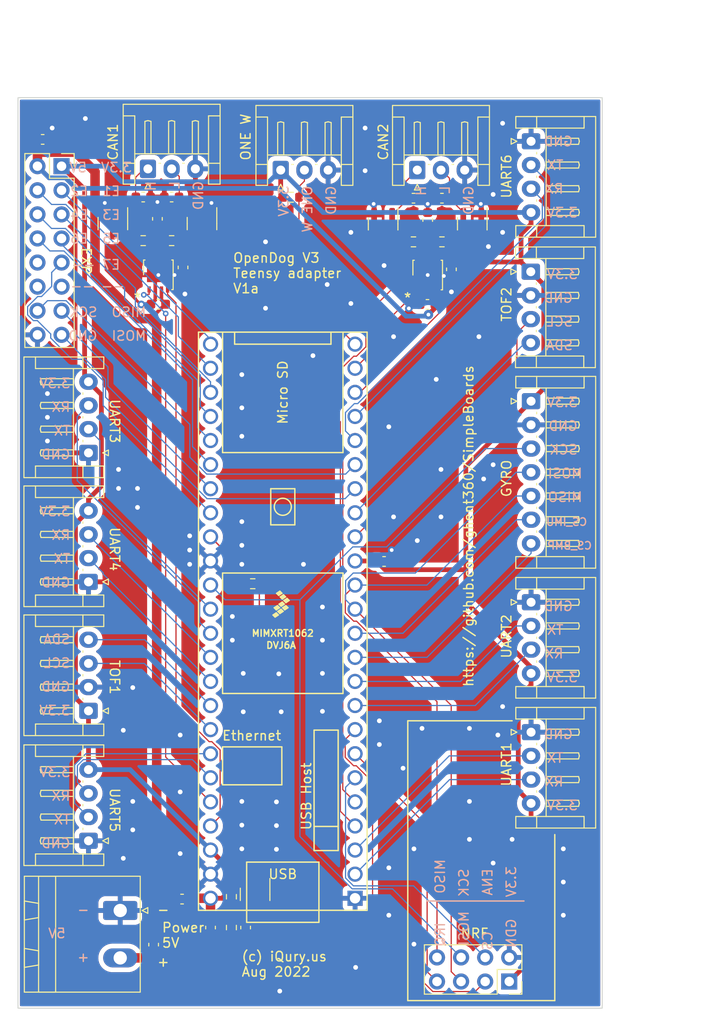
<source format=kicad_pcb>
(kicad_pcb (version 20220621) (generator pcbnew)
  (layers (0 "F.Cu" signal) (31 "B.Cu" signal) (34 "B.Paste" user) (35 "F.Paste" user) (36 "B.SilkS" user "B.Silkscreen") (37 "F.SilkS" user "F.Silkscreen") (38 "B.Mask" user) (39 "F.Mask" user) (44 "Edge.Cuts" user))
  (net 0 "")
  (net 1 "/VIn")
  (net 2 "GND")
  (net 3 "Net-(C7-Pad1)")
  (net 4 "/CAN1_H")
  (net 5 "/CAN1_L")
  (net 6 "Net-(C10-Pad1)")
  (net 7 "/CAN2_H")
  (net 8 "/CAN2_L")
  (net 9 "/3.3V")
  (net 14 "/NRF_ENA")
  (net 15 "/~{CS_NRF}")
  (net 16 "/SCK")
  (net 17 "/MOSI")
  (net 18 "/MISO")
  (net 19 "/NRF_IRQ")
  (net 20 "/SCL1")
  (net 21 "/SDA1")
  (net 22 "/SCL2")
  (net 23 "/SDA2")
  (net 24 "/~{CS_IMU}")
  (net 25 "/~{CS_BMP}")
  (net 26 "/ONE_W")
  (net 27 "/TX1")
  (net 28 "/RX1")
  (net 29 "/TX2")
  (net 30 "/RX2")
  (net 31 "/TX3")
  (net 32 "/RX3")
  (net 33 "/TX4")
  (net 34 "/RX4")
  (net 35 "/TX5")
  (net 36 "/RX5")
  (net 37 "/TX6")
  (net 38 "/RX6")
  (net 39 "/EXT1")
  (net 40 "/EXT2")
  (net 41 "/EXT3")
  (net 42 "/EXT4")
  (net 43 "/EXT5")
  (net 44 "/EXT6")
  (net 45 "/EXT7")
  (net 48 "/MISO1")
  (net 49 "/SCK1")
  (net 50 "/MOSI1")
  (net 51 "/CAN1_RX")
  (net 52 "/CAN1_TX")
  (net 53 "/CAN1_SB")
  (net 54 "/CAN2_SB")
  (net 55 "/CAN2_TX")
  (net 56 "/CAN2_RX")
  (net 57 "Net-(C16-Pad1)")
  (net 58 "/V_MON")
  (footprint "Connector_JST:JST_EH_S4B-EH_1x04_P2.50mm_Horizontal" (layer "F.Cu") (at 41.3325 135.65 90)
    (fp_text reference "J10" hide)
    (fp_text value "UART5")
  )
  (footprint "Connector_JST:JST_EH_S7B-EH_1x07_P2.50mm_Horizontal" (layer "F.Cu") (at 88 89.3 -90)
    (fp_text reference "J4" hide)
    (fp_text value "IMU")
  )
  (footprint "Capacitor_SMD:C_0603_1608Metric" (layer "F.Cu") (at 72.5 106.2)
    (fp_text reference "C15" hide)
    (fp_text value "100nF")
  )
  (footprint "Connector_JST:JST_EH_S4B-EH_1x04_P2.50mm_Horizontal" (layer "F.Cu") (at 87.9675 75.65 -90)
    (fp_text reference "J3" hide)
    (fp_text value "TOF2")
  )
  (footprint "Connector_JST:JST_EH_S4B-EH_1x04_P2.50mm_Horizontal" (layer "F.Cu") (at 88 110.5 -90)
    (fp_text reference "J7" hide)
    (fp_text value "UART2")
  )
  (footprint "Teensy:Teensy41-Simple" (layer "F.Cu") (at 61.82 112.5 90)
    (fp_text reference "U1" hide)
    (fp_text value "Teensy4.1")
  )
  (footprint "Connector_JST:JST_EH_S4B-EH_1x04_P2.50mm_Horizontal" (layer "F.Cu") (at 41.3325 94.75 90)
    (fp_text reference "J8" hide)
    (fp_text value "UART3")
  )
  (footprint "Connector_PinSocket_2.54mm:PinSocket_2x08_P2.54mm_Vertical" (layer "F.Cu") (at 38.49 64.525)
    (fp_text reference "J14" hide)
    (fp_text value "EXP")
  )
  (footprint "Capacitor_SMD:C_0603_1608Metric" (layer "F.Cu") (at 36.5 61.7)
    (fp_text reference "C1" hide)
    (fp_text value "100nF")
  )
  (footprint "Resistor_SMD:R_0603_1608Metric" (layer "F.Cu") (at 62.7 67.8)
    (fp_text reference "R5" hide)
    (fp_text value "1k")
  )
  (footprint "Connector_JST:JST_EH_S4B-EH_1x04_P2.50mm_Horizontal" (layer "F.Cu") (at 41.3325 108.35 90)
    (fp_text reference "J9" hide)
    (fp_text value "UART4")
  )
  (footprint "Resistor_SMD:R_0603_1608Metric" (layer "F.Cu") (at 75.6 72.5)
    (fp_text reference "R3" hide)
    (fp_text value "60")
  )
  (footprint "Capacitor_SMD:C_0603_1608Metric" (layer "F.Cu") (at 48.2 146.6 90)
    (fp_text reference "C2" hide)
    (fp_text value "100nF")
  )
  (footprint "Resistor_SMD:R_0603_1608Metric" (layer "F.Cu") (at 78.6 72.5)
    (fp_text reference "R4" hide)
    (fp_text value "60")
  )
  (footprint "Capacitor_SMD:C_0603_1608Metric" (layer "F.Cu") (at 47.1 67.775)
    (fp_text reference "C8" hide)
    (fp_text value "47pF")
  )
  (footprint "Connector_PinSocket_2.54mm:PinSocket_2x04_P2.54mm_Vertical" (layer "F.Cu") (at 85.7 150.49 -90)
    (fp_text reference "J1" hide)
    (fp_text value "NRF")
  )
  (footprint "Connector_Phoenix_MSTB:PhoenixContact_MSTBA_2,5_2-G_1x02_P5.00mm_Horizontal" (layer "F.Cu") (at 44.6775 143 -90)
    (fp_text reference "J15" hide)
    (fp_text value "Power")
  )
  (footprint "Connector_JST:JST_EH_S4B-EH_1x04_P2.50mm_Horizontal" (layer "F.Cu") (at 41.3325 121.95 90)
    (fp_text reference "J2" hide)
    (fp_text value "TOF1")
  )
  (footprint "Package_TO_SOT_SMD:SOT-23" (layer "F.Cu") (at 58.9 141.3 -90)
    (fp_text reference "D5" hide)
    (fp_text value "BAT54S")
  )
  (footprint "Capacitor_SMD:C_0603_1608Metric" (layer "F.Cu") (at 77.1 70.2 90)
    (fp_text reference "C10" hide)
    (fp_text value "4700pF")
  )
  (footprint "Capacitor_SMD:C_0603_1608Metric" (layer "F.Cu") (at 78.6 67.9)
    (fp_text reference "C12" hide)
    (fp_text value "47pF")
  )
  (footprint "Resistor_SMD:R_0603_1608Metric" (layer "F.Cu") (at 56.4 141.55 -90)
    (fp_text reference "R6" hide)
    (fp_text value "4.7k")
  )
  (footprint "Package_TO_SOT_SMD:SOT-23" (layer "F.Cu") (at 43.9 70.575 -90)
    (fp_text reference "D1" hide)
    (fp_text value "MMBZ27VC")
  )
  (footprint "Capacitor_SMD:C_0603_1608Metric" (layer "F.Cu") (at 75.6 67.9)
    (fp_text reference "C11" hide)
    (fp_text value "47pF")
  )
  (footprint "Resistor_SMD:R_0603_1608Metric" (layer "F.Cu") (at 50.1 72.375)
    (fp_text reference "R2" hide)
    (fp_text value "60")
  )
  (footprint "Capacitor_SMD:C_0603_1608Metric" (layer "F.Cu") (at 51.2 141.8 180)
    (fp_text reference "C4" hide)
    (fp_text value "100nF")
  )
  (footprint "Capacitor_SMD:C_0603_1608Metric" (layer "F.Cu") (at 54.2 144.8 -90)
    (fp_text reference "C3" hide)
    (fp_text value "100nF")
  )
  (footprint "Package_TO_SOT_SMD:SOT-23" (layer "F.Cu") (at 81.8 70.6 -90)
    (fp_text reference "D4" hide)
    (fp_text value "MMBZ27VC")
  )
  (footprint "Capacitor_SMD:C_0603_1608Metric" (layer "F.Cu") (at 77.075 79.1 180)
    (fp_text reference "C6" hide)
    (fp_text value "100nF")
  )
  (footprint "Package_DFN_QFN:DFN-8-1EP_3x3mm_P0.65mm_EP1.55x2.4mm" (layer "F.Cu") (at 48.7 75.975 90)
    (fp_text reference "U2" hide)
    (fp_text value "TJA1042TK-3")
  )
  (footprint "Resistor_SMD:R_0603_1608Metric" (layer "F.Cu") (at 56.4 144.8 -90)
    (fp_text reference "R7" hide)
    (fp_text value "2.2k")
  )
  (footprint "Connector_JST:JST_EH_S4B-EH_1x04_P2.50mm_Horizontal" (layer "F.Cu") (at 88 124.2 -90)
    (fp_text reference "J6" hide)
    (fp_text value "UART1")
  )
  (footprint "Capacitor_SMD:C_0603_1608Metric" (layer "F.Cu") (at 57.9 144.8 -90)
    (fp_text reference "C16" hide)
    (fp_text value "100nF")
  )
  (footprint "Capacitor_SMD:C_0603_1608Metric" (layer "F.Cu") (at 48.6 70.075 90)
    (fp_text reference "C7" hide)
    (fp_text value "4700pF")
  )
  (footprint "Package_TO_SOT_SMD:SOT-23" (layer "F.Cu") (at 72.4 70.6 -90)
    (fp_text reference "D3" hide)
    (fp_text value "MMBZ27VC")
  )
  (footprint "Connector_JST:JST_EH_S3B-EH_1x03_P2.50mm_Horizontal" (layer "F.Cu") (at 47.6 64.8075)
    (fp_text reference "J12" hide)
    (fp_text value "CAN1")
  )
  (footprint "Connector_JST:JST_EH_S3B-EH_1x03_P2.50mm_Horizontal" (layer "F.Cu") (at 76 64.9325)
    (fp_text reference "J13" hide)
    (fp_text value "CAN2")
  )
  (footprint "Capacitor_SMD:C_0603_1608Metric" (layer "F.Cu") (at 51.3 75.2 -90)
    (fp_text reference "C14" hide)
    (fp_text value "10nF")
  )
  (footprint "Package_DFN_QFN:DFN-8-1EP_3x3mm_P0.65mm_EP1.55x2.4mm" (layer "F.Cu") (at 77.1 76 90)
    (fp_text reference "U3" hide)
    (fp_text value "TJA1042TK-3")
  )
  (footprint "Package_TO_SOT_SMD:SOT-23" (layer "F.Cu") (at 53.3 70.575 -90)
    (fp_text reference "D2" hide)
    (fp_text value "MMBZ27VC")
  )
  (footprint "Resistor_SMD:R_0603_1608Metric" (layer "F.Cu") (at 58.65 108.55)
    (fp_text reference "R8" hide)
    (fp_text value "10k")
  )
  (footprint "Capacitor_SMD:C_0603_1608Metric" (layer "F.Cu") (at 79.6 75.4 -90)
    (fp_text reference "C13" hide)
    (fp_text value "10nF")
  )
  (footprint "Resistor_SMD:R_0603_1608Metric" (layer "F.Cu") (at 47.1 72.375)
    (fp_text reference "R1" hide)
    (fp_text value "60")
  )
  (footprint "Connector_JST:JST_EH_S3B-EH_1x03_P2.50mm_Horizontal" (layer "F.Cu") (at 61.6 64.9325)
    (fp_text reference "J5" hide)
    (fp_text value "One W")
  )
  (footprint "Capacitor_SMD:C_0603_1608Metric" (layer "F.Cu") (at 48.7 79.075 180)
    (fp_text reference "C5" hide)
    (fp_text value "100nF")
  )
  (footprint "Connector_JST:JST_EH_S4B-EH_1x04_P2.50mm_Horizontal" (layer "F.Cu") (at 88 61.9 -90)
    (fp_text reference "J11" hide)
    (fp_text value "UART6")
  )
  (footprint "Capacitor_SMD:C_0603_1608Metric" (layer "F.Cu") (at 50.1 67.775)
    (fp_text reference "C9" hide)
    (fp_text value "47pF")
  )
  (gr_line (start 77 142) (end 87.25 142) (stroke (width 0.15)) (layer "B.SilkS"))
  (gr_line (start 75 152.5) (end 90.5 152.5) (stroke (width 0.15)) (layer "F.SilkS"))
  (gr_line (start 90.5 152.5) (end 90.5 135) (stroke (width 0.15)) (layer "F.SilkS"))
  (gr_line (start 75 123) (end 86 123) (stroke (width 0.15)) (layer "F.SilkS"))
  (gr_line (start 75 152.5) (end 75 123) (stroke (width 0.15)) (layer "F.SilkS"))
  (gr_rect (start 33.9 57.3) (end 95.5 153.3) (stroke (width 0.1)) (fill none) (layer "Edge.Cuts"))
  (gr_text "GND" (at 39.5 95.5) (layer "B.SilkS") (effects (font (size 1 1)) (justify left bottom mirror)))
  (gr_text "3.3V" (at 93 76.5) (layer "B.SilkS") (effects (font (size 1 1)) (justify left bottom mirror)))
  (gr_text "SCK  MOSI" (at 81.5 138.5 90) (layer "B.SilkS") (effects (font (size 1 1)) (justify left bottom mirror)))
  (gr_text "3.3V" (at 39.5 101.5) (layer "B.SilkS") (effects (font (size 1 1)) (justify left bottom mirror)))
  (gr_text "RX" (at 39.5 90.5) (layer "B.SilkS") (effects (font (size 1 1)) (justify left bottom mirror)))
  (gr_text "H" (at 48.5 66 90) (layer "B.SilkS") (effects (font (size 1 1)) (justify left bottom mirror)))
  (gr_text "3.3V" (at 93 132.5) (layer "B.SilkS") (effects (font (size 1 1)) (justify left bottom mirror)))
  (gr_text "CS_BMP" (at 94.5 105) (layer "B.SilkS") (effects (font (size 0.8 0.8)) (justify left bottom mirror)))
  (gr_text "E1  E2" (at 44.75 67.75) (layer "B.SilkS") (effects (font (size 1 1)) (justify left bottom mirror)))
  (gr_text "MOSI" (at 93.5 97.5) (layer "B.SilkS") (effects (font (size 1 1)) (justify left bottom mirror)))
  (gr_text "RX" (at 91.5 116.5) (layer "B.SilkS") (effects (font (size 1 1)) (justify left bottom mirror)))
  (gr_text "E7 --" (at 44.75 75.5) (layer "B.SilkS") (effects (font (size 1 1)) (justify left bottom mirror)))
  (gr_text "3.3V   GDN" (at 86.5 138.25 90) (layer "B.SilkS") (effects (font (size 1 1)) (justify left bottom mirror)))
  (gr_text "3.3V" (at 39.5 129) (layer "B.SilkS") (effects (font (size 1 1)) (justify left bottom mirror)))
  (gr_text "E5  E6" (at 44.75 72.75) (layer "B.SilkS") (effects (font (size 1 1)) (justify left bottom mirror)))
  (gr_text "3.3V" (at 62.5 66.5 90) (layer "B.SilkS") (effects (font (size 1 1)) (justify left bottom mirror)))
  (gr_text "5V" (at 39 146) (layer "B.SilkS") (effects (font (size 1 1)) (justify left bottom mirror)))
  (gr_text "SDA" (at 92.5 84) (layer "B.SilkS") (effects (font (size 1 1)) (justify left bottom mirror)))
  (gr_text "RX" (at 91.5 130) (layer "B.SilkS") (effects (font (size 1 1)) (justify left bottom mirror)))
  (gr_text "GND" (at 39.5 136.5) (layer "B.SilkS") (effects (font (size 1 1)) (justify left bottom mirror)))
  (gr_text "3.3V" (at 93 90) (layer "B.SilkS") (effects (font (size 1 1)) (justify left bottom mirror)))
  (gr_text "TX" (at 39.5 134) (layer "B.SilkS") (effects (font (size 1 1)) (justify left bottom mirror)))
  (gr_text "GND" (at 92.5 111.5) (layer "B.SilkS") (effects (font (size 1 1)) (justify left bottom mirror)))
  (gr_text "GND" (at 93 92.5) (layer "B.SilkS") (effects (font (size 1 1)) (justify left bottom mirror)))
  (gr_text "-" (at 41.5 143.5) (layer "B.SilkS") (effects (font (size 1 1)) (justify left bottom mirror)))
  (gr_text "GND" (at 82 66.5 90) (layer "B.SilkS") (effects (font (size 1 1)) (justify left bottom mirror)))
  (gr_text "3.3V" (at 93 70) (layer "B.SilkS") (effects (font (size 1 1)) (justify left bottom mirror)))
  (gr_text "E3  E4" (at 44.75 70.25) (layer "B.SilkS") (effects (font (size 1 1)) (justify left bottom mirror)))
  (gr_text "GND" (at 92.5 125) (layer "B.SilkS") (effects (font (size 1 1)) (justify left bottom mirror)))
  (gr_text "MISO    IRQ" (at 79 137.5 90) (layer "B.SilkS") (effects (font (size 1 1)) (justify left bottom mirror)))
  (gr_text "MOSI  GND" (at 47.5 83) (layer "B.SilkS") (effects (font (size 1 1)) (justify left bottom mirror)))
  (gr_text "3.3V" (at 39.5 122.5) (layer "B.SilkS") (effects (font (size 1 1)) (justify left bottom mirror)))
  (gr_text "TX" (at 91.5 114) (layer "B.SilkS") (effects (font (size 1 1)) (justify left bottom mirror)))
  (gr_text "SCL" (at 39.5 117.5) (layer "B.SilkS") (effects (font (size 1 1)) (justify left bottom mirror)))
  (gr_text "TX" (at 39.5 93) (layer "B.SilkS") (effects (font (size 1 1)) (justify left bottom mirror)))
  (gr_text "+" (at 41.5 148.5) (layer "B.SilkS") (effects (font (size 1 1)) (justify left bottom mirror)))
  (gr_text "TX" (at 91.5 127.5) (layer "B.SilkS") (effects (font (size 1 1)) (justify left bottom mirror)))
  (gr_text "SDA" (at 39.5 115) (layer "B.SilkS") (effects (font (size 1 1)) (justify left bottom mirror)))
  (gr_text "3.3V  5V" (at 46 65.25) (layer "B.SilkS") (effects (font (size 1 1)) (justify left bottom mirror)))
  (gr_text "SCK" (at 93 95) (layer "B.SilkS") (effects (font (size 1 1)) (justify left bottom mirror)))
  (gr_text "H" (at 77 66.5 90) (layer "B.SilkS") (effects (font (size 1 1)) (justify left bottom mirror)))
  (gr_text "CS_IMU" (at 94 102.5) (layer "B.SilkS") (effects (font (size 0.8 0.8)) (justify left bottom mirror)))
  (gr_text "L" (at 51 66 90) (layer "B.SilkS") (effects (font (size 1 1)) (justify left bottom mirror)))
  (gr_text "RX" (at 39.5 131.5) (layer "B.SilkS") (effects (font (size 1 1)) (justify left bottom mirror)))
  (gr_text "GND" (at 92.5 62.5) (layer "B.SilkS") (effects (font (size 1 1)) (justify left bottom mirror)))
  (gr_text "MISO" (at 93.5 100) (layer "B.SilkS") (effects (font (size 1 1)) (justify left bottom mirror)))
  (gr_text "-- --" (at 45.25 77.75) (layer "B.SilkS") (effects (font (size 1 1)) (justify left bottom mirror)))
  (gr_text "ONE W" (at 65 66.5 90) (layer "B.SilkS") (effects (font (size 1 1)) (justify left bottom mirror)))
  (gr_text "TX" (at 91.5 65) (layer "B.SilkS") (effects (font (size 1 1)) (justify left bottom mirror)))
  (gr_text "3.3V" (at 39.5 88) (layer "B.SilkS") (effects (font (size 1 1)) (justify left bottom mirror)))
  (gr_text "ENA     CS" (at 84 138.5 90) (layer "B.SilkS") (effects (font (size 1 1)) (justify left bottom mirror)))
  (gr_text "GND" (at 92.5 79) (layer "B.SilkS") (effects (font (size 1 1)) (justify left bottom mirror)))
  (gr_text "RX" (at 91.5 67.5) (layer "B.SilkS") (effects (font (size 1 1)) (justify left bottom mirror)))
  (gr_text "RX" (at 39.5 104) (layer "B.SilkS") (effects (font (size 1 1)) (justify left bottom mirror)))
  (gr_text "MISO  SCK" (at 47.5 80.5) (layer "B.SilkS") (effects (font (size 1 1)) (justify left bottom mirror)))
  (gr_text "GND" (at 67.5 66.5 90) (layer "B.SilkS") (effects (font (size 1 1)) (justify left bottom mirror)))
  (gr_text "GND" (at 53.5 66 90) (layer "B.SilkS") (effects (font (size 1 1)) (justify left bottom mirror)))
  (gr_text "L" (at 79.5 66.5 90) (layer "B.SilkS") (effects (font (size 1 1)) (justify left bottom mirror)))
  (gr_text "SCL" (at 92.5 81.5) (layer "B.SilkS") (effects (font (size 1 1)) (justify left bottom mirror)))
  (gr_text "GND" (at 39.5 109) (layer "B.SilkS") (effects (font (size 1 1)) (justify left bottom mirror)))
  (gr_text "TX" (at 39.5 106.5) (layer "B.SilkS") (effects (font (size 1 1)) (justify left bottom mirror)))
  (gr_text "3.3V" (at 93 119) (layer "B.SilkS") (effects (font (size 1 1)) (justify left bottom mirror)))
  (gr_text "GND" (at 39.5 120) (layer "B.SilkS") (effects (font (size 1 1)) (justify left bottom mirror)))
  (gr_text "UART2" (at 86 116.5 90) (layer "F.SilkS") (effects (font (size 1 1)) (justify left bottom)))
  (gr_text "EXP" (at 40.5 73 -90) (layer "F.SilkS") (effects (font (size 1 1)) (justify left bottom)))
  (gr_text "UART6" (at 86 68 90) (layer "F.SilkS") (effects (font (size 1 1)) (justify left bottom)))
  (gr_text "GYRO" (at 86 99.5 90) (layer "F.SilkS") (effects (font (size 1 1)) (justify left bottom)))
  (gr_text "UART4" (at 43.5 102.5 -90) (layer "F.SilkS") (effects (font (size 1 1)) (justify left bottom)))
  (gr_text "ONE W" (at 58.5 64 90) (layer "F.SilkS") (effects (font (size 1 1)) (justify left bottom)))
  (gr_text "CAN1" (at 44.5 64 90) (layer "F.SilkS") (effects (font (size 1 1)) (justify left bottom)))
  (gr_text "UART1" (at 86 130 90) (layer "F.SilkS") (effects (font (size 1 1)) (justify left bottom)))
  (gr_text "OpenDog V3\nTeensy adapter\nV1a" (at 56.5 78) (layer "F.SilkS") (effects (font (size 1 1)) (justify left bottom)))
  (gr_text "https://github.com/ghent360/SimpleBoards" (at 82 119.5 90) (layer "F.SilkS") (effects (font (size 1 1)) (justify left bottom)))
  (gr_text "*" (at 46 79) (layer "F.SilkS") (effects (font (size 1 1)) (justify left bottom)))
  (gr_text "TOF1" (at 43.5 116.5 -90) (layer "F.SilkS") (effects (font (size 1 1)) (justify left bottom)))
  (gr_text "+" (at 48.5 149) (layer "F.SilkS") (effects (font (size 1 1)) (justify left bottom)))
  (gr_text "NRF" (at 80.5 146) (layer "F.SilkS") (effects (font (size 1 1)) (justify left bottom)))
  (gr_text "CAN2" (at 73 64 90) (layer "F.SilkS") (effects (font (size 1 1)) (justify left bottom)))
  (gr_text "TOF2" (at 86 81 90) (layer "F.SilkS") (effects (font (size 1 1)) (justify left bottom)))
  (gr_text "(c) iQury.us\nAug 2022" (at 57.4 150.05) (layer "F.SilkS") (effects (font (size 1 1)) (justify left bottom)))
  (gr_text "-" (at 48.5 143.5) (layer "F.SilkS") (effects (font (size 1 1)) (justify left bottom)))
  (gr_text "UART5" (at 43.5 130 -90) (layer "F.SilkS") (effects (font (size 1 1)) (justify left bottom)))
  (gr_text "*" (at 74.5 79) (layer "F.SilkS") (effects (font (size 1 1)) (justify left bottom)))
  (gr_text "Power\n5V" (at 49 147) (layer "F.SilkS") (effects (font (size 1 1)) (justify left bottom)))
  (gr_text "UART3" (at 43.5 89 -90) (layer "F.SilkS") (effects (font (size 1 1)) (justify left bottom)))
  (segment (start 54.2 141.71) (end 55.415 141.71) (width 0.5) (layer "F.Cu") (net 1))
  (segment (start 36.224919 63.048) (end 35.95 63.322919) (width 1) (layer "F.Cu") (net 1))
  (segment (start 77.8364 79.5144) (end 77.8364 79.0864) (width 0.5) (layer "F.Cu") (net 1))
  (segment (start 52.065 141.71) (end 51.975 141.8) (width 1) (layer "F.Cu") (net 1))
  (segment (start 46.7 80.6) (end 42.023 75.923) (width 1) (layer "F.Cu") (net 1))
  (segment (start 77.1762 80.1746) (end 77.8364 79.5144) (width 0.5) (layer "F.Cu") (net 1))
  (segment (start 49.25 78.85) (end 49.25 79.078) (width 0.5) (layer "F.Cu") (net 1))
  (segment (start 49.475 79.075) (end 49.425 79.075) (width 0.381) (layer "F.Cu") (net 1))
  (segment (start 49.025 147.375) (end 52.5 143.9) (width 1) (layer "F.Cu") (net 1))
  (segment (start 49.25 78.85) (end 49.475 79.075) (width 0.381) (layer "F.Cu") (net 1))
  (segment (start 47.9 80.6) (end 46.7 80.6) (width 1) (layer "F.Cu") (net 1))
  (segment (start 77.8364 79.0864) (end 77.85 79.1) (width 0.381) (layer "F.Cu") (net 1))
  (segment (start 51.975 141.8) (end 51.975 141.67009) (width 1) (layer "F.Cu") (net 1))
  (segment (start 35.725 63.0727) (end 35.725 61.7) (width 0.5) (layer "F.Cu") (net 1))
  (segment (start 52.5 142.325) (end 51.975 141.8) (width 1) (layer "F.Cu") (net 1))
  (segment (start 49.425 79.075) (end 47.9 80.6) (width 0.381) (layer "F.Cu") (net 1))
  (segment (start 47.575 148) (end 48.2 147.375) (width 1) (layer "F.Cu") (net 1))
  (segment (start 55.415 141.71) (end 56.4 140.725) (width 0.5) (layer "F.Cu") (net 1))
  (segment (start 42.023 75.923) (end 42.023 65.104) (width 1) (layer "F.Cu") (net 1))
  (segment (start 48.52291 138.218) (end 48.52291 81.22291) (width 1) (layer "F.Cu") (net 1))
  (segment (start 44.6775 148) (end 47.575 148) (width 1) (layer "F.Cu") (net 1))
  (segment (start 48.2 147.375) (end 49.025 147.375) (width 1) (layer "F.Cu") (net 1))
  (segment (start 49.025 78.625) (end 49.25 78.85) (width 0.381) (layer "F.Cu") (net 1))
  (segment (start 49.025 77.525) (end 49.025 78.625) (width 0.381) (layer "F.Cu") (net 1))
  (segment (start 51.975 141.67009) (end 48.52291 138.218) (width 1) (layer "F.Cu") (net 1))
  (segment (start 54.2 141.71) (end 54.2 144.025) (width 1) (layer "F.Cu") (net 1))
  (segment (start 39.967 63.048) (end 36.224919 63.048) (width 1) (layer "F.Cu") (net 1))
  (segment (start 54.2 141.71) (end 52.065 141.71) (width 1) (layer "F.Cu") (net 1))
  (segment (start 35.95 64.525) (end 35.95 63.2977) (width 0.5) (layer "F.Cu") (net 1))
  (segment (start 42.023 65.104) (end 39.967 63.048) (width 1) (layer "F.Cu") (net 1))
  (segment (start 52.5 143.9) (end 52.5 142.325) (width 1) (layer "F.Cu") (net 1))
  (segment (start 54.2 144.025) (end 52.625 144.025) (width 1) (layer "F.Cu") (net 1))
  (segment (start 35.95 63.2977) (end 35.725 63.0727) (width 0.5) (layer "F.Cu") (net 1))
  (segment (start 77.425 78.675) (end 77.8364 79.0864) (width 0.381) (layer "F.Cu") (net 1))
  (segment (start 77.425 77.55) (end 77.425 78.675) (width 0.381) (layer "F.Cu") (net 1))
  (segment (start 52.625 144.025) (end 52.5 143.9) (width 1) (layer "F.Cu") (net 1))
  (segment (start 35.95 63.322919) (end 35.95 64.525) (width 1) (layer "F.Cu") (net 1))
  (segment (start 48.52291 81.22291) (end 47.9 80.6) (width 1) (layer "F.Cu") (net 1))
  (via (at 77.1762 80.1746) (size 1) (drill 0.4) (layers "F.Cu" "B.Cu") (net 1))
  (segment (start 77.1762 80.1746) (end 77.0186 80.3322) (width 0.5) (layer "B.Cu") (net 1))
  (segment (start 74.8128 80.3322) (end 61.3404 66.8598) (width 0.5) (layer "B.Cu") (net 1))
  (segment (start 40.020041 66.8598) (end 38.912241 65.752) (width 0.5) (layer "B.Cu") (net 1))
  (segment (start 37.177 65.752) (end 35.95 64.525) (width 0.5) (layer "B.Cu") (net 1))
  (segment (start 38.912241 65.752) (end 37.177 65.752) (width 0.5) (layer "B.Cu") (net 1))
  (segment (start 61.3404 66.8598) (end 40.020041 66.8598) (width 0.5) (layer "B.Cu") (net 1))
  (segment (start 77.0186 80.3322) (end 74.8128 80.3322) (width 0.5) (layer "B.Cu") (net 1))
  (segment (start 76.3 79.1) (end 75.5306 79.1) (width 0.381) (layer "F.Cu") (net 2))
  (segment (start 76.775 77.55) (end 76.775 76.325) (width 0.381) (layer "F.Cu") (net 2))
  (segment (start 77.1 69.425) (end 77.1 68.5) (width 0.381) (layer "F.Cu") (net 2))
  (segment (start 71.45 69.6625) (end 71.45 68.55) (width 0.381) (layer "F.Cu") (net 2))
  (segment (start 48.375 76.325) (end 48.7 76) (width 0.381) (layer "F.Cu") (net 2))
  (segment (start 54.25 69.6375) (end 54.25 68.45) (width 0.381) (layer "F.Cu") (net 2))
  (segment (start 76.775 76.325) (end 77.1 76) (width 0.381) (layer "F.Cu") (net 2))
  (segment (start 42.95 68.4995) (end 43.0495 68.4) (width 0.381) (layer "F.Cu") (net 2))
  (segment (start 48.6 69.3) (end 48.6 68.3) (width 0.381) (layer "F.Cu") (net 2))
  (segment (start 48.375 77.525) (end 48.375 76.325) (width 0.381) (layer "F.Cu") (net 2))
  (segment (start 54.25 68.45) (end 54.3 68.4) (width 0.381) (layer "F.Cu") (net 2))
  (segment (start 76.775 78.625) (end 76.3 79.1) (width 0.381) (layer "F.Cu") (net 2))
  (segment (start 73.275 106.2) (end 73.275 105.025) (width 0.381) (layer "F.Cu") (net 2))
  (segment (start 71.45 68.55) (end 71.4 68.5) (width 0.381) (layer "F.Cu") (net 2))
  (segment (start 82.75 69.6625) (end 82.75 68.55) (width 0.381) (layer "F.Cu") (net 2))
  (segment (start 76.775 77.55) (end 76.775 78.625) (width 0.381) (layer "F.Cu") (net 2))
  (segment (start 48.375 77.525) (end 48.375 78.625) (width 0.381) (layer "F.Cu") (net 2))
  (segment (start 82.75 68.55) (end 82.7 68.5) (width 0.381) (layer "F.Cu") (net 2))
  (segment (start 42.95 69.6375) (end 42.95 68.4995) (width 0.381) (layer "F.Cu") (net 2))
  (segment (start 48.375 78.625) (end 47.925 79.075) (width 0.381) (layer "F.Cu") (net 2))
  (segment (start 73.275 105.025) (end 73.3 105) (width 0.381) (layer "F.Cu") (net 2))
  (segment (start 47.925 79.075) (end 46.925 79.075) (width 0.381) (layer "F.Cu") (net 2))
  (segment (start 46.925 79.075) (end 46.9 79.1) (width 0.381) (layer "F.Cu") (net 2))
  (segment (start 75.5306 79.1) (end 75.1123 79.5182) (width 0.381) (layer "F.Cu") (net 2))
  (via (at 76 104) (size 1.1) (drill 0.5) (layers "F.Cu" "B.Cu") (net 2))
  (via (at 70.5 65) (size 1.1) (drill 0.5) (layers "F.Cu" "B.Cu") (net 2))
  (via (at 37 93.5) (size 1.1) (drill 0.5) (layers "F.Cu" "B.Cu") (net 2))
  (via (at 56.5 112) (size 1.1) (drill 0.5) (layers "F.Cu" "B.Cu") (net 2))
  (via (at 74.5 128) (size 1.1) (drill 0.5) (layers "F.Cu" "B.Cu") (net 2))
  (via (at 69.5 149) (size 1.1) (drill 0.5) (layers "F.Cu" "B.Cu") (net 2))
  (via (at 75.65 146.55) (size 1.1) (drill 0.5) (layers "F.Cu" "B.Cu") (net 2))
  (via (at 70.5 60.5) (size 1.1) (drill 0.5) (layers "F.Cu" "B.Cu") (net 2))
  (via (at 72 125.5) (size 1.1) (drill 0.5) (layers "F.Cu" "B.Cu") (net 2))
  (via (at 73.5 101.5) (size 1.1) (drill 0.5) (layers "F.Cu" "B.Cu") (net 2))
  (via (at 64 106.5) (size 1.1) (drill 0.5) (layers "F.Cu" "B.Cu") (net 2))
  (via (at 46.5 98.5) (size 1.1) (drill 0.5) (layers "F.Cu" "B.Cu") (net 2))
  (via (at 61.15 136.55) (size 1.1) (drill 0.5) (layers "F.Cu" "B.Cu") (net 2))
  (via (at 85 121.5) (size 1.1) (drill 0.5) (layers "F.Cu" "B.Cu") (net 2))
  (via (at 91.4 143.5) (size 1.1) (drill 0.5) (layers "F.Cu" "B.Cu") (net 2))
  (via (at 57.5 90) (size 1.1) (drill 0.5) (layers "F.Cu" "B.Cu") (net 2))
  (via (at 51.5 78) (size 1.1) (drill 0.5) (layers "F.Cu" "B.Cu") (net 2))
  (via (at 57.5 136.5) (size 1.1) (drill 0.5) (layers "F.Cu" "B.Cu") (net 2))
  (via (at 77.1 68.5) (size 0.8) (drill 0.4) (layers "F.Cu" "B.Cu") (net 2))
  (via (at 83.5 73) (size 1.1) (drill 0.5) (layers "F.Cu" "B.Cu") (net 2))
  (via (at 52 105) (size 1.1) (drill 0.5) (layers "F.Cu" "B.Cu") (net 2))
  (via (at 50.4 76) (size 0.8) (drill 0.4) (layers "F.Cu" "B.Cu") (net 2))
  (via (at 57.65 122.05) (size 1.1) (drill 0.5) (layers "F.Cu" "B.Cu") (net 2))
  (via (at 82.7 68.5) (size 0.8) (drill 0.4) (layers "F.Cu" "B.Cu") (net 2))
  (via (at 81.5 131.5) (size 1.1) (drill 0.5) (layers "F.Cu" "B.Cu") (net 2))
  (via (at 46 131.5) (size 1.1) (drill 0.5) (layers "F.Cu" "B.Cu") (net 2))
  (via (at 71.4 68.5) (size 0.8) (drill 0.4) (layers "F.Cu" "B.Cu") (net 2))
  (via (at 66 118) (size 1.1) (drill 0.5) (layers "F.Cu" "B.Cu") (net 2))
  (via (at 85 71.5) (size 1.1) (drill 0.5) (layers "F.Cu" "B.Cu") (net 2))
  (via (at 61.65 122.05) (size 1.1) (drill 0.5) (layers "F.Cu" "B.Cu") (net 2))
  (via (at 78.8 76.1) (size 0.8) (drill 0.4) (layers "F.Cu" "B.Cu") (net 2))
  (via (at 66.5 77) (size 1.1) (drill 0.5) (layers "F.Cu" "B.Cu") (net 2))
  (via (at 83 97.5) (size 1.1) (drill 0.5) (layers "F.Cu" "B.Cu") (net 2))
  (via (at 73.5 82.5) (size 1.1) (drill 0.5) (layers "F.Cu" "B.Cu") (net 2))
  (via (at 81.5 123.8) (size 1.1) (drill 0.5) (layers "F.Cu" "B.Cu") (net 2))
  (via (at 79.599549 77.774355) (size 1.1) (drill 0.5) (layers "F.Cu" "B.Cu") (net 2))
  (via (at 75.1123 79.5182) (size 0.8) (drill 0.4) (layers "F.Cu" "B.Cu") (net 2))
  (via (at 45 124) (size 1.1) (drill 0.5) (layers "F.Cu" "B.Cu") (net 2))
  (via (at 65 84.5) (size 1.1) (drill 0.5) (layers "F.Cu" "B.Cu") (net 2))
  (via (at 73.3 105) (size 0.8) (drill 0.4) (layers "F.Cu" "B.Cu") (net 2))
  (via (at 51 130.5) (size 1.1) (drill 0.5) (layers "F.Cu" "B.Cu") (net 2))
  (via (at 84 138) (size 1.1) (drill 0.5) (layers "F.Cu" "B.Cu") (net 2))
  (via (at 61.4 118.05) (size 1.1) (drill 0.5) (layers "F.Cu" "B.Cu") (net 2))
  (via (at 44.5 98.5) (size 1.1) (drill 0.5) (layers "F.Cu" "B.Cu") (net 2))
  (via (at 41 59.5) (size 1.1) (drill 0.5) (layers "F.Cu" "B.Cu") (net 2))
  (via (at 69 79) (size 1.1) (drill 0.5) (layers "F.Cu" "B.Cu") (net 2))
  (via (at 73 138.5) (size 1.1) (drill 0.5) (layers "F.Cu" "B.Cu") (net 2))
  (via (at 61.15 134.05) (size 1.1) (drill 0.5) (layers "F.Cu" "B.Cu") (net 2))
  (via (at 57.5 131.5) (size 1.1) (drill 0.5) (layers "F.Cu" "B.Cu") (net 2))
  (via (at 57.5 134) (size 1.1) (drill 0.5) (layers "F.Cu" "B.Cu") (net 2))
  (via (at 66 111) (size 1.1) (drill 0.5) (layers "F.Cu" "B.Cu") (net 2))
  (via (at 57.65 118) (size 1.1) (drill 0.5) (layers "F.Cu" "B.Cu") (net 2))
  (via (at 60 79.5) (size 1.1) (drill 0.5) (layers "F.Cu" "B.Cu") (net 2))
  (via (at 84 96) (size 1.1) (drill 0.5) (layers "F.Cu" "B.Cu") (net 2))
  (via (at 69 71.5) (size 1.1) (drill 0.5) (layers "F.Cu" "B.Cu") (net 2))
  (via (at 91.4 136.5) (size 1.1) (drill 0.5) (layers "F.Cu" "B.Cu") (net 2))
  (via (at 43.0495 68.4) (size 0.8) (drill 0.4) (layers "F.Cu" "B.Cu") (net 2))
  (via (at 57.5 93) (size 1.1) (drill 0.5) (layers "F.Cu" "B.Cu") (net 2))
  (via (at 48.7 76) (size 0.8) (drill 0.4) (layers "F.Cu" "B.Cu") (net 2))
  (via (at 37.5 60.5) (size 1.1) (drill 0.5) (layers "F.Cu" "B.Cu") (net 2))
  (via (at 77.1 76) (size 0.8) (drill 0.4) (layers "F.Cu" "B.Cu") (net 2))
  (via (at 51 124.5) (size 1.1) (drill 0.5) (layers "F.Cu" "B.Cu") (net 2))
  (via (at 84 67.5) (size 1.1) (drill 0.5) (layers "F.Cu" "B.Cu") (net 2))
  (via (at 48.6 68.3) (size 0.8) (drill 0.4) (layers "F.Cu" "B.Cu") (net 2))
  (via (at 37 88.5) (size 1.1) (drill 0.5) (layers "F.Cu" "B.Cu") (net 2))
  (via (at 46 119.5) (size 1.1) (drill 0.5) (layers "F.Cu" "B.Cu") (net 2))
  (via (at 61.5 151.5) (size 1.1) (drill 0.5) (layers "F.Cu" "B.Cu") (net 2))
  (via (at 44.5 96.5) (size 1.1) (drill 0.5) (layers "F.Cu" "B.Cu") (net 2))
  (via (at 52 103.5) (size 1.1) (drill 0.5) (layers "F.Cu" "B.Cu") (net 2))
  (via (at 51 137) (size 1.1) (drill 0.5) (layers "F.Cu" "B.Cu") (net 2))
  (via (at 82.5 82.5) (size 1.1) (drill 0.5) (layers "F.Cu" "B.Cu") (net 2))
  (via (at 76.5 123.8) (size 1.1) (drill 0.5) (layers "F.Cu" "B.Cu") (net 2))
  (via (at 66 114.5) (size 1.1) (drill 0.5) (layers "F.Cu" "B.Cu") (net 2))
  (via (at 46.9 79.1) (size 0.8) (drill 0.4) (layers "F.Cu" "B.Cu") (net 2))
  (via (at 81.5 135.5) (size 1.1) (drill 0.5) (layers "F.Cu" "B.Cu") (net 2))
  (via (at 56.5 114.5) (size 1.1) (drill 0.5) (layers "F.Cu" "B.Cu") (net 2))
  (via (at 52 106.5) (size 1.1) (drill 0.5) (layers "F.Cu" "B.Cu") (net 2))
  (via (at 60 72.5) (size 1.1) (drill 0.5) (layers "F.Cu" "B.Cu") (net 2))
  (via (at 86 135.5) (size 1.1) (drill 0.5) (layers "F.Cu" "B.Cu") (net 2))
  (via (at 45 137.5) (size 1.1) (drill 0.5) (layers "F.Cu" "B.Cu") (net 2))
  (via (at 91.4 140) (size 1.1) (drill 0.5) (layers "F.Cu" "B.Cu") (net 2))
  (via (at 57.5 102) (size 1.1) (drill 0.5) (layers "F.Cu" "B.Cu") (net 2))
  (via (at 78.5 96.5) (size 1.1) (drill 0.5) (layers "F.Cu" "B.Cu") (net 2))
  (via (at 57.5 104.5) (size 1.1) (drill 0.5) (layers "F.Cu" "B.Cu") (net 2))
  (via (at 78 87) (size 1.1) (drill 0.5) (layers "F.Cu" "B.Cu") (net 2))
  (via (at 73 92) (size 1.1) (drill 0.5) (layers "F.Cu" "B.Cu") (net 2))
  (via (at 75.65 136.5) (size 1.1) (drill 0.5) (layers "F.Cu" "B.Cu") (net 2))
  (via (at 54.3 68.4) (size 0.8) (drill 0.4) (layers "F.Cu" "B.Cu") (net 2))
  (via (at 61.15 131.55) (size 1.1) (drill 0.5) (layers "F.Cu" "B.Cu") (net 2))
  (via (at 46.5 100.5) (size 1.1) (drill 0.5) (layers "F.Cu" "B.Cu") (net 2))
  (via (at 46 134.5) (size 1.1) (drill 0.5) (layers "F.Cu" "B.Cu") (net 2))
  (via (at 66 122) (size 1.1) (drill 0.5) (layers "F.Cu" "B.Cu") (net 2))
  (via (at 37 91) (size 1.1) (drill 0.5) (layers "F.Cu" "B.Cu") (net 2))
  (via (at 73 143.5) (size 1.1) (drill 0.5) (layers "F.Cu" "B.Cu") (net 2))
  (via (at 72 123) (size 1.1) (drill 0.5) (layers "F.Cu" "B.Cu") (net 2))
  (via (at 78.5 101.5) (size 1.1) (drill 0.5) (layers "F.Cu" "B.Cu") (net 2))
  (via (at 84.5 124.5) (size 1.1) (drill 0.5) (layers "F.Cu" "B.Cu") (net 2))
  (via (at 85 60) (size 1.1) (drill 0.5) (layers "F.Cu" "B.Cu") (net 2))
  (via (at 57.5 106.5) (size 1.1) (drill 0.5) (layers "F.Cu" "B.Cu") (net 2))
  (via (at 57.5 86.5) (size 1.1) (drill 0.5) (layers "F.Cu" "B.Cu") (net 2))
  (via (at 72.5 75) (size 1.1) (drill 0.5) (layers "F.Cu" "B.Cu") (net 2))
  (segment (start 48.6 71.7) (end 49.275 72.375) (width 0.2032) (layer "F.Cu") (net 3))
  (segment (start 48.6 71.7) (end 47.925 72.375) (width 0.2032) (layer "F.Cu") (net 3))
  (segment (start 48.6 70.85) (end 48.6 71.7) (width 0.2032) (layer "F.Cu") (net 3))
  (segment (start 46.6385 72.375) (end 48.375 74.1115) (width 0.127) (layer "F.Cu") (net 4))
  (segment (start 47.1925 64.8075) (end 46.3 65.7) (width 0.127) (layer "F.Cu") (net 4))
  (segment (start 46.3 65.7) (end 46.3 67.75) (width 0.127) (layer "F.Cu") (net 4))
  (segment (start 46.325 67.775) (end 44.85 69.25) (width 0.127) (layer "F.Cu") (net 4))
  (segment (start 48.375 74.1115) (end 48.375 74.425) (width 0.127) (layer "F.Cu") (net 4))
  (segment (start 44.85 70.95) (end 46.275 72.375) (width 0.127) (layer "F.Cu") (net 4))
  (segment (start 47.6 64.8075) (end 47.1925 64.8075) (width 0.127) (layer "F.Cu") (net 4))
  (segment (start 44.85 69.6375) (end 44.85 70.95) (width 0.127) (layer "F.Cu") (net 4))
  (segment (start 46.3 67.75) (end 46.325 67.775) (width 0.127) (layer "F.Cu") (net 4))
  (segment (start 46.275 72.375) (end 46.6385 72.375) (width 0.127) (layer "F.Cu") (net 4))
  (segment (start 44.85 69.25) (end 44.85 69.6375) (width 0.127) (layer "F.Cu") (net 4))
  (segment (start 50.9 65.6075) (end 50.9 67.75) (width 0.127) (layer "F.Cu") (net 5))
  (segment (start 50.623 72.375) (end 49.025 73.973) (width 0.127) (layer "F.Cu") (net 5))
  (segment (start 50.9 67.75) (end 50.875 67.775) (width 0.127) (layer "F.Cu") (net 5))
  (segment (start 50.925 72.375) (end 50.623 72.375) (width 0.127) (layer "F.Cu") (net 5))
  (segment (start 52.35 70.95) (end 50.925 72.375) (width 0.127) (layer "F.Cu") (net 5))
  (segment (start 50.1 64.8075) (end 50.9 65.6075) (width 0.127) (layer "F.Cu") (net 5))
  (segment (start 49.025 73.973) (end 49.025 74.425) (width 0.127) (layer "F.Cu") (net 5))
  (segment (start 50.875 67.775) (end 52.35 69.25) (width 0.127) (layer "F.Cu") (net 5))
  (segment (start 52.35 69.6375) (end 52.35 70.95) (width 0.127) (layer "F.Cu") (net 5))
  (segment (start 52.35 69.25) (end 52.35 69.6375) (width 0.127) (layer "F.Cu") (net 5))
  (segment (start 77.1 70.975) (end 77.1 71.825) (width 0.1524) (layer "F.Cu") (net 6))
  (segment (start 77.1 71.825) (end 76.425 72.5) (width 0.1524) (layer "F.Cu") (net 6))
  (segment (start 77.1 71.825) (end 77.775 72.5) (width 0.1524) (layer "F.Cu") (net 6))
  (segment (start 76 64.9325) (end 74.825 66.1075) (width 0.127) (layer "F.Cu") (net 7))
  (segment (start 76.775 73.998) (end 76.775 74.45) (width 0.127) (layer "F.Cu") (net 7))
  (segment (start 73.35 69.6625) (end 73.35 71.075) (width 0.127) (layer "F.Cu") (net 7))
  (segment (start 75.277 72.5) (end 76.775 73.998) (width 0.127) (layer "F.Cu") (net 7))
  (segment (start 74.825 68.1875) (end 73.35 69.6625) (width 0.127) (layer "F.Cu") (net 7))
  (segment (start 74.825 66.1075) (end 74.825 67.9) (width 0.127) (layer "F.Cu") (net 7))
  (segment (start 74.775 72.5) (end 75.277 72.5) (width 0.127) (layer "F.Cu") (net 7))
  (segment (start 74.825 67.9) (end 74.825 68.1875) (width 0.127) (layer "F.Cu") (net 7))
  (segment (start 73.35 71.075) (end 74.775 72.5) (width 0.127) (layer "F.Cu") (net 7))
  (segment (start 78.5325 64.9325) (end 79.4 65.8) (width 0.127) (layer "F.Cu") (net 8))
  (segment (start 79.4 65.8) (end 79.4 67.875) (width 0.127) (layer "F.Cu") (net 8))
  (segment (start 80.85 69.6625) (end 80.85 71.075) (width 0.127) (layer "F.Cu") (net 8))
  (segment (start 80.85 69.375) (end 80.85 69.6625) (width 0.127) (layer "F.Cu") (net 8))
  (segment (start 78.5 64.9325) (end 78.5325 64.9325) (width 0.127) (layer "F.Cu") (net 8))
  (segment (start 77.425 73.998) (end 77.425 74.45) (width 0.127) (layer "F.Cu") (net 8))
  (segment (start 79.4 67.875) (end 79.375 67.9) (width 0.127) (layer "F.Cu") (net 8))
  (segment (start 80.85 71.075) (end 79.425 72.5) (width 0.127) (layer "F.Cu") (net 8))
  (segment (start 78.923 72.5) (end 77.425 73.998) (width 0.127) (layer "F.Cu") (net 8))
  (segment (start 79.425 72.5) (end 78.923 72.5) (width 0.127) (layer "F.Cu") (net 8))
  (segment (start 79.375 67.9) (end 80.85 69.375) (width 0.127) (layer "F.Cu") (net 8))
  (segment (start 88 118) (end 88 119.2273) (width 0.5) (layer "F.Cu") (net 9))
  (segment (start 81.1255 107.0707) (end 72.5957 107.0707) (width 0.5) (layer "F.Cu") (net 9))
  (segment (start 40.923499 86.840999) (end 40.923499 66.958499) (width 0.5) (layer "F.Cu") (net 9))
  (segment (start 88 148.19) (end 85.7 150.49) (width 0.5) (layer "F.Cu") (net 9))
  (segment (start 86.6466 130.3466) (end 88 131.7) (width 0.5) (layer "F.Cu") (net 9))
  (segment (start 86.9425 74.625) (end 87.9675 75.65) (width 0.5) (layer "F.Cu") (net 9))
  (segment (start 88 75.6175) (end 87.9675 75.65) (width 1) (layer "F.Cu") (net 9))
  (segment (start 41.3325 99.6227) (end 42.6919 98.2633) (width 0.5) (layer "F.Cu") (net 9))
  (segment (start 86.6466 120.5807) (end 86.6466 130.3466) (width 0.5) (layer "F.Cu") (net 9))
  (segment (start 81.1255 96.1745) (end 81.1255 107.0707) (width 0.5) (layer "F.Cu") (net 9))
  (segment (start 88 89.3) (end 81.1255 96.1745) (width 0.5) (layer "F.Cu") (net 9))
  (segment (start 41.3325 121.95) (end 39.9585 120.576) (width 0.5) (layer "F.Cu") (net 9))
  (segment (start 39.9585 102.224) (end 41.3325 100.85) (width 0.5) (layer "F.Cu") (net 9))
  (segment (start 78.25 74.625) (end 78.075 74.45) (width 0.5) (layer "F.Cu") (net 9))
  (segment (start 42.6919 88.6094) (end 41.3325 87.25) (width 0.5) (layer "F.Cu") (net 9))
  (segment (start 71.675 106.15) (end 71.725 106.2) (width 0.5) (layer "F.Cu") (net 9))
  (segment (start 51.3 74.425) (end 49.675 74.425) (width 0.5) (layer "F.Cu") (net 9))
  (segment (start 57.95 140.3625) (end 57.9325 140.3625) (width 0.5) (layer "F.Cu") (net 9))
  (segment (start 79.6 74.625) (end 86.9425 74.625) (width 0.5) (layer "F.Cu") (net 9))
  (segment (start 41.3325 100.85) (end 41.3325 99.6227) (width 0.5) (layer "F.Cu") (net 9))
  (segment (start 40.923499 66.958499) (end 38.49 64.525) (width 0.5) (layer "F.Cu") (net 9))
  (segment (start 89.3436 77.0261) (end 89.3436 87.9564) (width 0.5) (layer "F.Cu") (net 9))
  (segment (start 42.6919 98.2633) (end 42.6919 88.6094) (width 0.5) (layer "F.Cu") (net 9))
  (segment (start 88 131.7) (end 88 148.19) (width 0.5) (layer "F.Cu") (net 9))
  (segment (start 88 69.4) (end 88 70.6273) (width 0.5) (layer "F.Cu") (net 9))
  (segment (start 86.9425 71.6848) (end 88 70.6273) (width 0.5) (layer "F.Cu") (net 9))
  (segment (start 89.3436 87.9564) (end 88 89.3) (width 0.5) (layer "F.Cu") (net 9))
  (segment (start 51.3 74.425) (end 54.975 74.425) (width 0.5) (layer "F.Cu") (net 9))
  (segment (start 88 119.2273) (end 86.6466 120.5807) (width 0.5) (layer "F.Cu") (net 9))
  (segment (start 41.3325 128.15) (end 41.3325 121.95) (width 0.5) (layer "F.Cu") (net 9))
  (segment (start 81.1255 110.4863) (end 88 117.3608) (width 0.5) (layer "F.Cu") (net 9))
  (segment (start 81.1255 107.0707) (end 81.1255 110.4863) (width 0.5) (layer "F.Cu") (net 9))
  (segment (start 41.3325 87.25) (end 40.923499 86.840999) (width 0.5) (layer "F.Cu") (net 9))
  (segment (start 79.6 74.625) (end 78.25 74.625) (width 0.5) (layer "F.Cu") (net 9))
  (segment (start 72.5957 107.0707) (end 71.725 106.2) (width 0.5) (layer "F.Cu") (net 9))
  (segment (start 39.9585 120.576) (end 39.9585 102.224) (width 0.5) (layer "F.Cu") (net 9))
  (segment (start 57.9325 140.3625) (end 54.2 136.63) (width 0.5) (layer "F.Cu") (net 9))
  (segment (start 54.975 74.425) (end 61.6 67.8) (width 0.5) (layer "F.Cu") (net 9))
  (segment (start 69.44 106.15) (end 71.675 106.15) (width 0.5) (layer "F.Cu") (net 9))
  (segment (start 87.9675 75.65) (end 89.3436 77.0261) (width 0.5) (layer "F.Cu") (net 9))
  (segment (start 88 117.3608) (end 88 118) (width 0.5) (layer "F.Cu") (net 9))
  (segment (start 61.6 67.8) (end 61.6 64.9325) (width 0.5) (layer "F.Cu") (net 9))
  (segment (start 86.9425 74.625) (end 86.9425 71.6848) (width 0.5) (layer "F.Cu") (net 9))
  (segment (start 61.6 67.8) (end 61.875 67.8) (width 0.5) (layer "F.Cu") (net 9))
  (segment (start 38.49 64.525) (end 43.2006 64.525) (width 0.5) (layer "B.Cu") (net 9))
  (segment (start 61.6 64.9325) (end 66.0675 69.4) (width 0.5) (layer "B.Cu") (net 9))
  (segment (start 61.6 64.9325) (end 60.3703 66.1622) (width 0.5) (layer "B.Cu") (net 9))
  (segment (start 54.2 136.63) (end 45.72 128.15) (width 0.5) (layer "B.Cu") (net 9))
  (segment (start 60.3703 66.1622) (end 44.8378 66.1622) (width 0.5) (layer "B.Cu") (net 9))
  (segment (start 43.2006 64.525) (end 44.8378 66.1622) (width 0.5) (layer "B.Cu") (net 9))
  (segment (start 45.72 128.15) (end 41.3325 128.15) (width 0.5) (layer "B.Cu") (net 9))
  (segment (start 66.0675 69.4) (end 88 69.4) (width 0.5) (layer "B.Cu") (net 9))
  (segment (start 68.4383 130.0117) (end 69.44 129.01) (width 0.127) (layer "B.Cu") (net 14))
  (segment (start 83.16 147.95) (end 75.6128 140.4028) (width 0.127) (layer "B.Cu") (net 14))
  (segment (start 75.6128 140.4028) (end 69.2694 140.4028) (width 0.127) (layer "B.Cu") (net 14))
  (segment (start 69.2694 140.4028) (end 68.4383 139.5717) (width 0.127) (layer "B.Cu") (net 14))
  (segment (start 68.4383 139.5717) (end 68.4383 130.0117) (width 0.127) (layer "B.Cu") (net 14))
  (segment (start 68.3997 124.9703) (end 68.3997 126.8491) (width 0.127) (layer "F.Cu") (net 15))
  (segment (start 71.2872 129.4559) (end 71.2872 145.1938) (width 0.127) (layer "F.Cu") (net 15))
  (segment (start 71.2872 145.1938) (end 77.6375 151.5441) (width 0.127) (layer "F.Cu") (net 15))
  (segment (start 69.2906 127.74) (end 69.5713 127.74) (width 0.127) (layer "F.Cu") (net 15))
  (segment (start 69.5713 127.74) (end 71.2872 129.4559) (width 0.127) (layer "F.Cu") (net 15))
  (segment (start 82.1059 151.5441) (end 83.16 150.49) (width 0.127) (layer "F.Cu") (net 15))
  (segment (start 77.6375 151.5441) (end 82.1059 151.5441) (width 0.127) (layer "F.Cu") (net 15))
  (segment (start 69.44 123.93) (end 68.3997 124.9703) (width 0.127) (layer "F.Cu") (net 15))
  (segment (start 68.3997 126.8491) (end 69.2906 127.74) (width 0.127) (layer "F.Cu") (net 15))
  (segment (start 63.6238 110.2391) (end 69.1992 104.6637) (width 0.127) (layer "B.Cu") (net 16))
  (segment (start 69.1992 104.6637) (end 72.7704 104.6637) (width 0.127) (layer "B.Cu") (net 16))
  (segment (start 72.7704 104.6637) (end 83.1341 94.3) (width 0.127) (layer "B.Cu") (net 16))
  (segment (start 54.2 108.69) (end 55.7491 110.2391) (width 0.127) (layer "B.Cu") (net 16))
  (segment (start 55.7491 110.2391) (end 63.6238 110.2391) (width 0.127) (layer "B.Cu") (net 16))
  (segment (start 83.1341 94.3) (end 88 94.3) (width 0.127) (layer "B.Cu") (net 16))
  (segment (start 69.139 140.7191) (end 63.6238 135.2039) (width 0.127) (layer "B.Cu") (net 16))
  (segment (start 73.3891 140.7191) (end 69.139 140.7191) (width 0.127) (layer "B.Cu") (net 16))
  (segment (start 80.62 147.95) (end 73.3891 140.7191) (width 0.127) (layer "B.Cu") (net 16))
  (segment (start 63.6238 135.2039) (end 63.6238 110.2391) (width 0.127) (layer "B.Cu") (net 16))
  (segment (start 79.5792 149.4492) (end 80.62 150.49) (width 0.127) (layer "F.Cu") (net 17))
  (segment (start 79.5792 121.3692) (end 79.5792 149.4492) (width 0.127) (layer "F.Cu") (net 17))
  (segment (start 69.44 111.23) (end 79.5792 121.3692) (width 0.127) (layer "F.Cu") (net 17))
  (segment (start 68.4454 110.2354) (end 68.4454 108.2222) (width 0.127) (layer "B.Cu") (net 17))
  (segment (start 69.2476 107.42) (end 75.8001 107.42) (width 0.127) (layer "B.Cu") (net 17))
  (segment (start 86.4201 96.8) (end 88 96.8) (width 0.127) (layer "B.Cu") (net 17))
  (segment (start 75.8001 107.42) (end 86.4201 96.8) (width 0.127) (layer "B.Cu") (net 17))
  (segment (start 68.4454 108.2222) (end 69.2476 107.42) (width 0.127) (layer "B.Cu") (net 17))
  (segment (start 69.44 111.23) (end 68.4454 110.2354) (width 0.127) (layer "B.Cu") (net 17))
  (segment (start 68.4129 111.6102) (end 68.4129 109.7171) (width 0.127) (layer "F.Cu") (net 18))
  (segment (start 78.08 147.95) (end 78.08 120.979) (width 0.127) (layer "F.Cu") (net 18))
  (segment (start 78.08 120.979) (end 69.601 112.5) (width 0.127) (layer "F.Cu") (net 18))
  (segment (start 69.601 112.5) (end 69.3027 112.5) (width 0.127) (layer "F.Cu") (net 18))
  (segment (start 69.3027 112.5) (end 68.4129 111.6102) (width 0.127) (layer "F.Cu") (net 18))
  (segment (start 68.4129 109.7171) (end 69.44 108.69) (width 0.127) (layer "F.Cu") (net 18))
  (segment (start 86.408 99.3) (end 88 99.3) (width 0.127) (layer "B.Cu") (net 18))
  (segment (start 69.44 108.69) (end 77.018 108.69) (width 0.127) (layer "B.Cu") (net 18))
  (segment (start 77.018 108.69) (end 86.408 99.3) (width 0.127) (layer "B.Cu") (net 18))
  (segment (start 77.0392 149.4492) (end 78.08 150.49) (width 0.127) (layer "F.Cu") (net 19))
  (segment (start 69.44 126.47) (end 77.0392 134.0692) (width 0.127) (layer "F.Cu") (net 19))
  (segment (start 77.0392 134.0692) (end 77.0392 149.4492) (width 0.127) (layer "F.Cu") (net 19))
  (segment (start 41.3325 116.95) (end 47.22 116.95) (width 0.127) (layer "B.Cu") (net 20))
  (segment (start 47.22 116.95) (end 54.2 123.93) (width 0.127) (layer "B.Cu") (net 20))
  (segment (start 54.2 121.39) (end 47.26 114.45) (width 0.127) (layer "B.Cu") (net 21))
  (segment (start 47.26 114.45) (end 41.3325 114.45) (width 0.127) (layer "B.Cu") (net 21))
  (segment (start 86.5084 82.1091) (end 87.9675 80.65) (width 0.127) (layer "F.Cu") (net 22))
  (segment (start 86.5084 86.5416) (end 86.5084 82.1091) (width 0.127) (layer "F.Cu") (net 22))
  (segment (start 69.44 103.61) (end 86.5084 86.5416) (width 0.127) (layer "F.Cu") (net 22))
  (segment (start 69.44 101.07) (end 87.36 83.15) (width 0.127) (layer "B.Cu") (net 23))
  (segment (start 87.36 83.15) (end 87.9675 83.15) (width 0.127) (layer "B.Cu") (net 23))
  (segment (start 86.4609 101.8) (end 88 101.8) (width 0.127) (layer "B.Cu") (net 24))
  (segment (start 69.44 113.77) (end 74.4909 113.77) (width 0.127) (layer "B.Cu") (net 24))
  (segment (start 74.4909 113.77) (end 86.4609 101.8) (width 0.127) (layer "B.Cu") (net 24))
  (segment (start 69.44 116.31) (end 77.0308 116.31) (width 0.127) (layer "B.Cu") (net 25))
  (segment (start 88 104.3) (end 88 105.3408) (width 0.127) (layer "B.Cu") (net 25))
  (segment (start 77.0308 116.31) (end 88 105.3408) (width 0.127) (layer "B.Cu") (net 25))
  (segment (start 63.525 77.375) (end 69.44 83.29) (width 0.127) (layer "F.Cu") (net 26))
  (segment (start 64.1 64.9325) (end 64.1 66.0983) (width 0.127) (layer "F.Cu") (net 26))
  (segment (start 63.525 67.8) (end 63.525 77.375) (width 0.127) (layer "F.Cu") (net 26))
  (segment (start 63.525 66.6733) (end 63.525 67.8) (width 0.127) (layer "F.Cu") (net 26))
  (segment (start 64.1 66.0983) (end 63.525 66.6733) (width 0.127) (layer "F.Cu") (net 26))
  (segment (start 69.44 136.63) (end 79.37 126.7) (width 0.127) (layer "B.Cu") (net 27))
  (segment (start 79.37 126.7) (end 88 126.7) (width 0.127) (layer "B.Cu") (net 27))
  (segment (start 79.41 129.2) (end 88 129.2) (width 0.127) (layer "B.Cu") (net 28))
  (segment (start 69.44 139.17) (end 79.41 129.2) (width 0.127) (layer "B.Cu") (net 28))
  (segment (start 86.4014 113) (end 88 113) (width 0.127) (layer "B.Cu") (net 29))
  (segment (start 69.44 118.85) (end 80.5514 118.85) (width 0.127) (layer "B.Cu") (net 29))
  (segment (start 80.5514 118.85) (end 86.4014 113) (width 0.127) (layer "B.Cu") (net 29))
  (segment (start 69.44 121.39) (end 82.11 121.39) (width 0.127) (layer "B.Cu") (net 30))
  (segment (start 82.11 121.39) (end 88 115.5) (width 0.127) (layer "B.Cu") (net 30))
  (segment (start 42.5329 99.5629) (end 42.5329 93.4504) (width 0.127) (layer "B.Cu") (net 31))
  (segment (start 54.2 111.23) (end 42.5329 99.5629) (width 0.127) (layer "B.Cu") (net 31))
  (segment (start 42.5329 93.4504) (end 41.3325 92.25) (width 0.127) (layer "B.Cu") (net 31))
  (segment (start 53.0542 112.6242) (end 53.0542 110.5847) (width 0.127) (layer "B.Cu") (net 32))
  (segment (start 40.147 97.6775) (end 40.147 90.9355) (width 0.127) (layer "B.Cu") (net 32))
  (segment (start 54.2 113.77) (end 53.0542 112.6242) (width 0.127) (layer "B.Cu") (net 32))
  (segment (start 53.0542 110.5847) (end 40.147 97.6775) (width 0.127) (layer "B.Cu") (net 32))
  (segment (start 40.147 90.9355) (end 41.3325 89.75) (width 0.127) (layer "B.Cu") (net 32))
  (segment (start 42.875 107.525) (end 42.875 107.3925) (width 0.127) (layer "B.Cu") (net 33))
  (segment (start 54.2 118.85) (end 42.875 107.525) (width 0.127) (layer "B.Cu") (net 33))
  (segment (start 42.875 107.3925) (end 41.3325 105.85) (width 0.127) (layer "B.Cu") (net 33))
  (segment (start 54.2 116.31) (end 41.3325 103.4425) (width 0.127) (layer "B.Cu") (net 34))
  (segment (start 41.3325 103.4425) (end 41.3325 103.35) (width 0.127) (layer "B.Cu") (net 34))
  (segment (start 39.8734 131.6909) (end 41.3325 133.15) (width 0.127) (layer "B.Cu") (net 35))
  (segment (start 39.8734 127.6466) (end 39.8734 131.6909) (width 0.127) (layer "B.Cu") (net 35))
  (segment (start 41.05 126.47) (end 39.8734 127.6466) (width 0.127) (layer "B.Cu") (net 35))
  (segment (start 54.2 126.47) (end 41.05 126.47) (width 0.127) (layer "B.Cu") (net 35))
  (segment (start 52.2812 127.0912) (end 40.7885 127.0912) (width 0.127) (layer "B.Cu") (net 36))
  (segment (start 40.1594 129.4769) (end 41.3325 130.65) (width 0.127) (layer "B.Cu") (net 36))
  (segment (start 54.2 129.01) (end 52.2812 127.0912) (width 0.127) (layer "B.Cu") (net 36))
  (segment (start 40.1594 127.7203) (end 40.1594 129.4769) (width 0.127) (layer "B.Cu") (net 36))
  (segment (start 40.7885 127.0912) (end 40.1594 127.7203) (width 0.127) (layer "B.Cu") (net 36))
  (segment (start 89.4398 65.8398) (end 88 64.4) (width 0.127) (layer "B.Cu") (net 37))
  (segment (start 89.4398 70.9102) (end 89.4398 65.8398) (width 0.127) (layer "B.Cu") (net 37))
  (segment (start 69.44 90.91) (end 89.4398 70.9102) (width 0.127) (layer "B.Cu") (net 37))
  (segment (start 68.4325 92.4425) (end 68.4325 90.4925) (width 0.127) (layer "B.Cu") (net 38))
  (segment (start 69.3656 89.5594) (end 69.7135 89.5594) (width 0.127) (layer "B.Cu") (net 38))
  (segment (start 89.1854 70.0875) (end 89.1854 68.0854) (width 0.127) (layer "B.Cu") (net 38))
  (segment (start 69.44 93.45) (end 68.4325 92.4425) (width 0.127) (layer "B.Cu") (net 38))
  (segment (start 89.1854 68.0854) (end 88 66.9) (width 0.127) (layer "B.Cu") (net 38))
  (segment (start 69.7135 89.5594) (end 89.1854 70.0875) (width 0.127) (layer "B.Cu") (net 38))
  (segment (start 68.4325 90.4925) (end 69.3656 89.5594) (width 0.127) (layer "B.Cu") (net 38))
  (segment (start 54.2 82.775) (end 54.2 83.29) (width 0.127) (layer "B.Cu") (net 39))
  (segment (start 38.49 67.065) (end 54.2 82.775) (width 0.127) (layer "B.Cu") (net 39))
  (segment (start 54.2 85.83) (end 50.8066 82.4366) (width 0.127) (layer "B.Cu") (net 40))
  (segment (start 37.4454 68.5604) (end 35.95 67.065) (width 0.127) (layer "B.Cu") (net 40))
  (segment (start 50.8066 80.4274) (end 38.9396 68.5604) (width 0.127) (layer "B.Cu") (net 40))
  (segment (start 38.9396 68.5604) (end 37.4454 68.5604) (width 0.127) (layer "B.Cu") (net 40))
  (segment (start 50.8066 82.4366) (end 50.8066 80.4274) (width 0.127) (layer "B.Cu") (net 40))
  (segment (start 46.2743 79.3314) (end 46.2743 77.3893) (width 0.127) (layer "B.Cu") (net 41))
  (segment (start 54.2 88.37) (end 54.2 87.2571) (width 0.127) (layer "B.Cu") (net 41))
  (segment (start 46.2743 77.3893) (end 38.49 69.605) (width 0.127) (layer "B.Cu") (net 41))
  (segment (start 54.2 87.2571) (end 46.2743 79.3314) (width 0.127) (layer "B.Cu") (net 41))
  (segment (start 45.1394 77.3206) (end 45.1394 78.5562) (width 0.127) (layer "B.Cu") (net 42))
  (segment (start 37.4356 71.0906) (end 35.95 69.605) (width 0.127) (layer "B.Cu") (net 42))
  (segment (start 38.9094 71.0906) (end 37.4356 71.0906) (width 0.127) (layer "B.Cu") (net 42))
  (segment (start 45.1394 78.5562) (end 53.1201 86.5369) (width 0.127) (layer "B.Cu") (net 42))
  (segment (start 53.1201 86.5369) (end 53.1201 89.8301) (width 0.127) (layer "B.Cu") (net 42))
  (segment (start 53.1201 89.8301) (end 54.2 90.91) (width 0.127) (layer "B.Cu") (net 42))
  (segment (start 38.9094 71.0906) (end 45.1394 77.3206) (width 0.127) (layer "B.Cu") (net 42))
  (segment (start 38.49 72.145) (end 38.49 72.7524) (width 0.127) (layer "B.Cu") (net 43))
  (segment (start 52.8351 92.0852) (end 52.8352 92.0852) (width 0.127) (layer "B.Cu") (net 43))
  (segment (start 52.8352 92.0852) (end 54.2 93.45) (width 0.127) (layer "B.Cu") (net 43))
  (segment (start 38.49 72.7524) (end 52.8351 87.0975) (width 0.127) (layer "B.Cu") (net 43))
  (segment (start 52.8351 87.0975) (end 52.8351 92.0852) (width 0.127) (layer "B.Cu") (net 43))
  (segment (start 52.301 87.0214) (end 52.301 94.091) (width 0.127) (layer "B.Cu") (net 44))
  (segment (start 37.2652 73.4602) (end 35.95 72.145) (width 0.127) (layer "B.Cu") (net 44))
  (segment (start 52.301 94.091) (end 54.2 95.99) (width 0.127) (layer "B.Cu") (net 44))
  (segment (start 38.7398 73.4602) (end 37.2652 73.4602) (width 0.127) (layer "B.Cu") (net 44))
  (segment (start 38.7398 73.4602) (end 52.301 87.0214) (width 0.127) (layer "B.Cu") (net 44))
  (segment (start 34.91 79.33351) (end 35.97801 78.2655) (width 0.127) (layer "B.Cu") (net 45))
  (segment (start 39.5818 84.8781) (end 37.3476 82.6439) (width 0.127) (layer "B.Cu") (net 45))
  (segment (start 54.2 101.07) (end 42.8773 89.7473) (width 0.127) (layer "B.Cu") (net 45))
  (segment (start 35.51901 80.8055) (end 34.91 80.19649) (width 0.127) (layer "B.Cu") (net 45))
  (segment (start 34.91 80.19649) (end 34.91 79.33351) (width 0.127) (layer "B.Cu") (net 45))
  (segment (start 37.45 75.725) (end 38.49 74.685) (width 0.127) (layer "B.Cu") (net 45))
  (segment (start 35.97801 78.2655) (end 36.38099 78.2655) (width 0.127) (layer "B.Cu") (net 45))
  (segment (start 37.3476 82.6439) (end 37.3476 82.2145) (width 0.127) (layer "B.Cu") (net 45))
  (segment (start 42.8773 87.1356) (end 40.6198 84.8781) (width 0.127) (layer "B.Cu") (net 45))
  (segment (start 37.45 77.19649) (end 37.45 75.725) (width 0.127) (layer "B.Cu") (net 45))
  (segment (start 37.3476 82.2145) (end 35.9386 80.8055) (width 0.127) (layer "B.Cu") (net 45))
  (segment (start 35.9386 80.8055) (end 35.51901 80.8055) (width 0.127) (layer "B.Cu") (net 45))
  (segment (start 40.6198 84.8781) (end 39.5818 84.8781) (width 0.127) (layer "B.Cu") (net 45))
  (segment (start 42.8773 89.7473) (end 42.8773 87.1356) (width 0.127) (layer "B.Cu") (net 45))
  (segment (start 36.38099 78.2655) (end 37.45 77.19649) (width 0.127) (layer "B.Cu") (net 45))
  (segment (start 39.8421 82.1579) (end 39.8421 81.1171) (width 0.127) (layer "B.Cu") (net 48))
  (segment (start 39.8421 81.1171) (end 38.49 79.765) (width 0.127) (layer "B.Cu") (net 48))
  (segment (start 39.8421 82.1579) (end 43.386 85.7018) (width 0.127) (layer "B.Cu") (net 48))
  (segment (start 43.386 87.716) (end 54.2 98.53) (width 0.127) (layer "B.Cu") (net 48))
  (segment (start 43.386 85.7018) (end 43.386 87.716) (width 0.127) (layer "B.Cu") (net 48))
  (segment (start 52.016 95.2089) (end 52.016 91.7487) (width 0.127) (layer "B.Cu") (net 49))
  (segment (start 37.0109 78.7041) (end 35.95 79.765) (width 0.127) (layer "B.Cu") (net 49))
  (segment (start 52.016 91.7487) (end 38.9714 78.7041) (width 0.127) (layer "B.Cu") (net 49))
  (segment (start 38.9714 78.7041) (end 37.0109 78.7041) (width 0.127) (layer "B.Cu") (net 49))
  (segment (start 69.44 95.99) (end 68.4433 96.9867) (width 0.127) (layer "B.Cu") (net 49))
  (segment (start 53.7938 96.9867) (end 52.016 95.2089) (width 0.127) (layer "B.Cu") (net 49))
  (segment (start 68.4433 96.9867) (end 53.7938 96.9867) (width 0.127) (layer "B.Cu") (net 49))
  (segment (start 68.3851 99.5849) (end 53.834 99.5849) (width 0.127) (layer "B.Cu") (net 50))
  (segment (start 43.1316 87.01) (end 39.9608 83.8392) (width 0.127) (layer "B.Cu") (net 50))
  (segment (start 39.9608 83.8392) (end 39.9608 83.7758) (width 0.127) (layer "B.Cu") (net 50))
  (segment (start 43.1316 88.8825) (end 43.1316 87.01) (width 0.127) (layer "B.Cu") (net 50))
  (segment (start 39.9608 83.7758) (end 38.49 82.305) (width 0.127) (layer "B.Cu") (net 50))
  (segment (start 69.44 98.53) (end 68.3851 99.5849) (width 0.127) (layer "B.Cu") (net 50))
  (segment (start 53.834 99.5849) (end 43.1316 88.8825) (width 0.127) (layer "B.Cu") (net 50))
  (segment (start 54.3371 125.2) (end 54.055 125.2) (width 0.127) (layer "F.Cu") (net 51))
  (segment (start 55.212 133.078) (end 55.212 126.0749) (width 0.127) (layer "F.Cu") (net 51))
  (segment (start 55.212 126.0749) (end 54.3371 125.2) (width 0.127) (layer "F.Cu") (net 51))
  (segment (start 49.675 77.525) (end 49.675 78.0408) (width 0.127) (layer "F.Cu") (net 51))
  (segment (start 50.5582 78.924) (end 49.675 78.0408) (width 0.127) (layer "F.Cu") (net 51))
  (segment (start 54.055 125.2) (end 50.5582 121.7032) (width 0.127) (layer "F.Cu") (net 51))
  (segment (start 54.2 134.09) (end 55.212 133.078) (width 0.127) (layer "F.Cu") (net 51))
  (segment (start 50.5582 121.7032) (end 50.5582 78.924) (width 0.127) (layer "F.Cu") (net 51))
  (segment (start 47.2092 78.0408) (end 47.164 78.086) (width 0.127) (layer "F.Cu") (net 52))
  (segment (start 49.4703 126.8203) (end 54.2 131.55) (width 0.127) (layer "F.Cu") (net 52))
  (segment (start 49.4703 80.0631) (end 49.4703 126.8203) (width 0.127) (layer "F.Cu") (net 52))
  (segment (start 47.725 77.525) (end 47.725 78.0408) (width 0.127) (layer "F.Cu") (net 52))
  (segment (start 47.725 78.0408) (end 47.2092 78.0408) (width 0.127) (layer "F.Cu") (net 52))
  (via (at 47.164 78.086) (size 0.6) (drill 0.3) (layers "F.Cu" "B.Cu") (net 52))
  (via (at 49.4703 80.0631) (size 0.6) (drill 0.3) (layers "F.Cu" "B.Cu") (net 52))
  (segment (start 47.164 78.0861) (end 47.164 78.086) (width 0.127) (layer "B.Cu") (net 52))
  (segment (start 47.4933 78.0861) (end 47.164 78.0861) (width 0.127) (layer "B.Cu") (net 52))
  (segment (start 49.4703 80.0631) (end 47.4933 78.0861) (width 0.127) (layer "B.Cu") (net 52))
  (segment (start 67.8909 91.4769) (end 67.8909 132.5409) (width 0.127) (layer "F.Cu") (net 53))
  (segment (start 51.614 75.2) (end 67.8909 91.4769) (width 0.127) (layer "F.Cu") (net 53))
  (segment (start 47.725 74.425) (end 47.725 74.9408) (width 0.127) (layer "F.Cu") (net 53))
  (segment (start 50.5554 75.2) (end 51.614 75.2) (width 0.127) (layer "F.Cu") (net 53))
  (segment (start 47.725 74.9408) (end 50.2962 74.9408) (width 0.127) (layer "F.Cu") (net 53))
  (segment (start 67.8909 132.5409) (end 69.44 134.09) (width 0.127) (layer "F.Cu") (net 53))
  (segment (start 50.2962 74.9408) (end 50.5554 75.2) (width 0.127) (layer "F.Cu") (net 53))
  (segment (start 68.1453 130.2553) (end 69.44 131.55) (width 0.127) (layer "F.Cu") (net 54))
  (segment (start 70.5869 83.5628) (end 69.5897 84.56) (width 0.127) (layer "F.Cu") (net 54))
  (segment (start 69.5897 84.56) (end 69.3044 84.56) (width 0.127) (layer "F.Cu") (net 54))
  (segment (start 70.5869 80.2296) (end 70.5869 83.5628) (width 0.127) (layer "F.Cu") (net 54))
  (segment (start 76.125 74.45) (end 76.125 74.9658) (width 0.127) (layer "F.Cu") (net 54))
  (segment (start 76.125 74.9658) (end 75.8507 74.9658) (width 0.127) (layer "F.Cu") (net 54))
  (segment (start 75.8507 74.9658) (end 70.5869 80.2296) (width 0.127) (layer "F.Cu") (net 54))
  (segment (start 68.1453 85.7191) (end 68.1453 130.2553) (width 0.127) (layer "F.Cu") (net 54))
  (segment (start 69.3044 84.56) (end 68.1453 85.7191) (width 0.127) (layer "F.Cu") (net 54))
  (segment (start 76.125 78.0658) (end 75.6092 78.0658) (width 0.127) (layer "F.Cu") (net 55))
  (segment (start 70.8413 84.4287) (end 69.44 85.83) (width 0.127) (layer "F.Cu") (net 55))
  (segment (start 70.8413 82.8337) (end 70.8413 84.4287) (width 0.127) (layer "F.Cu") (net 55))
  (segment (start 75.6092 78.0658) (end 70.8413 82.8337) (width 0.127) (layer "F.Cu") (net 55))
  (segment (start 76.125 77.55) (end 76.125 78.0658) (width 0.127) (layer "F.Cu") (net 55))
  (segment (start 78.4946 79.8332) (end 78.4946 78.4854) (width 0.127) (layer "F.Cu") (net 56))
  (segment (start 69.9578 88.37) (end 78.4946 79.8332) (width 0.127) (layer "F.Cu") (net 56))
  (segment (start 78.075 77.55) (end 78.075 78.0658) (width 0.127) (layer "F.Cu") (net 56))
  (segment (start 69.44 88.37) (end 69.9578 88.37) (width 0.127) (layer "F.Cu") (net 56))
  (segment (start 78.4946 78.4854) (end 78.075 78.0658) (width 0.127) (layer "F.Cu") (net 56))
  (segment (start 59.3468 108.6782) (end 59.3468 138.8532) (width 0.1524) (layer "F.Cu") (net 57))
  (segment (start 57.9 143.2375) (end 58.9 142.2375) (width 0.5) (layer "F.Cu") (net 57))
  (segment (start 56.4 143.975) (end 57.85 143.975) (width 0.5) (layer "F.Cu") (net 57))
  (segment (start 59.3468 138.8532) (end 58.9 139.3) (width 0.1524) (layer "F.Cu") (net 57))
  (segment (start 56.4 142.375) (end 56.4 143.975) (width 0.5) (layer "F.Cu") (net 57))
  (segment (start 57.85 143.975) (end 57.9 144.025) (width 0.5) (layer "F.Cu") (net 57))
  (segment (start 58.9 139.3) (end 58.9 142.2375) (width 0.1524) (layer "F.Cu") (net 57))
  (segment (start 59.475 108.55) (end 59.3468 108.6782) (width 0.1524) (layer "F.Cu") (net 57))
  (segment (start 57.9 144.025) (end 57.9 143.2375) (width 0.5) (layer "F.Cu") (net 57))
  (segment (start 56.15 108.05) (end 56.65 108.55) (width 0.1524) (layer "F.Cu") (net 58))
  (segment (start 56.15 105.56) (end 56.15 108.05) (width 0.1524) (layer "F.Cu") (net 58))
  (segment (start 54.2 103.61) (end 56.15 105.56) (width 0.1524) (layer "F.Cu") (net 58))
  (segment (start 56.65 108.55) (end 57.825 108.55) (width 0.1524) (layer "F.Cu") (net 58))
  (zone (net 2) (net_name "GND") (layers F&B.Cu) (connect_pads (clearance 0.508)) (min_thickness 0.254) (fill yes (thermal_gap 0.508) (thermal_bridge_width 0.508) (island_removal_mode 2) (island_area_min 10))
    (polygon (pts (xy 96 155) (xy 32 155) (xy 32 56) (xy 96 56)))
  )
)
</source>
